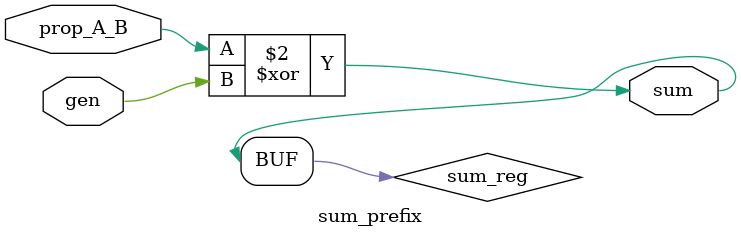
<source format=v>
module sum_prefix(
input wire prop_A_B,gen,
output wire sum);

reg sum_reg;

always@* sum_reg=prop_A_B^gen;

assign sum=sum_reg;

endmodule


</source>
